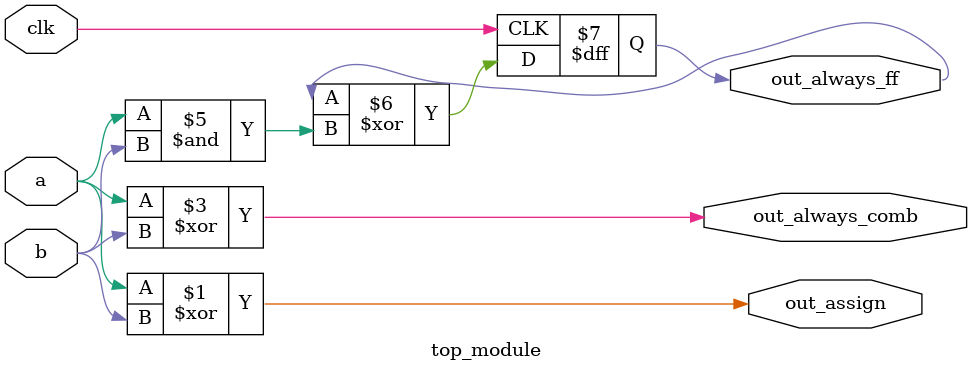
<source format=sv>
module top_module(
    input clk,
    input a,
    input b,
    output out_assign,
    output reg out_always_comb,
    output reg out_always_ff
);

    // assign statement XOR gate
    assign out_assign = a ^ b;
    
    // combinational always block XOR gate
    always @*
    begin
        out_always_comb = a ^ b;
    end
    
    // clocked always block XOR gate
    always @(posedge clk)
    begin
        out_always_ff <= out_always_ff ^ (a & b);
    end

endmodule

</source>
